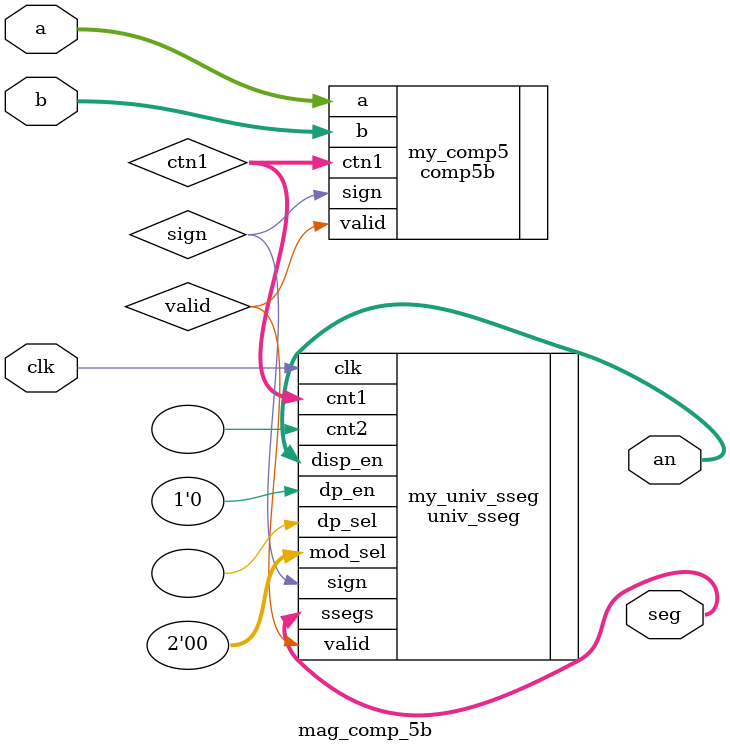
<source format=v>
`timescale 1ns / 1ps


module mag_comp_5b(
  input [4:0] a,
  input [4:0] b,
  input clk,
  output [7:0] seg,
  output [3:0] an
  );
  
  wire valid, sign;
  wire [13:0] ctn1;
    
  comp5b my_comp5(
  .a(a), .b(b), .valid(valid), .sign(sign), .ctn1(ctn1)
  );
    
  univ_sseg my_univ_sseg (
     .cnt1    (ctn1), 
     .cnt2    (), 
     .valid   (valid), 
     .dp_en   (1'b0), 
     .dp_sel  (), 
     .mod_sel (2'b00), 
     .sign    (sign), 
     .clk     (clk), 
     .ssegs   (seg), 
     .disp_en (an)
     );
      
endmodule


</source>
